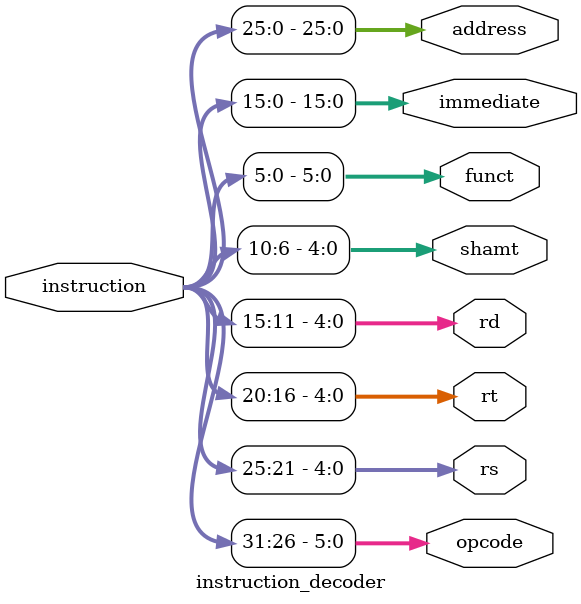
<source format=v>
`timescale 1ns / 1ps


module instruction_decoder (
    input [31:0] instruction,
    output [5:0] opcode,
    output [4:0] rs,
    output [4:0] rt,
    output [4:0] rd,
    output [4:0] shamt,
    output [5:0] funct,
    output [15:0] immediate,
    output [25:0] address
);
    assign opcode    = instruction[31:26];
    assign rs        = instruction[25:21];
    assign rt        = instruction[20:16];
    assign rd        = instruction[15:11];
    assign shamt     = instruction[10:6];
    assign funct     = instruction[5:0];
    assign immediate = instruction[15:0];
    assign address   = instruction[25:0];
endmodule

</source>
